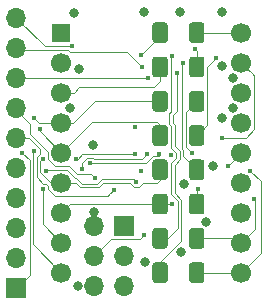
<source format=gtl>
G04 #@! TF.GenerationSoftware,KiCad,Pcbnew,(5.1.10-1-10_14)*
G04 #@! TF.CreationDate,2021-12-19T23:04:46+01:00*
G04 #@! TF.ProjectId,7segment,37736567-6d65-46e7-942e-6b696361645f,rev?*
G04 #@! TF.SameCoordinates,Original*
G04 #@! TF.FileFunction,Copper,L1,Top*
G04 #@! TF.FilePolarity,Positive*
%FSLAX46Y46*%
G04 Gerber Fmt 4.6, Leading zero omitted, Abs format (unit mm)*
G04 Created by KiCad (PCBNEW (5.1.10-1-10_14)) date 2021-12-19 23:04:46*
%MOMM*%
%LPD*%
G01*
G04 APERTURE LIST*
G04 #@! TA.AperFunction,ComponentPad*
%ADD10O,1.700000X1.700000*%
G04 #@! TD*
G04 #@! TA.AperFunction,ComponentPad*
%ADD11R,1.700000X1.700000*%
G04 #@! TD*
G04 #@! TA.AperFunction,ComponentPad*
%ADD12C,1.700000*%
G04 #@! TD*
G04 #@! TA.AperFunction,ComponentPad*
%ADD13R,1.500000X1.500000*%
G04 #@! TD*
G04 #@! TA.AperFunction,ViaPad*
%ADD14C,0.800000*%
G04 #@! TD*
G04 #@! TA.AperFunction,ViaPad*
%ADD15C,0.400000*%
G04 #@! TD*
G04 #@! TA.AperFunction,Conductor*
%ADD16C,0.500000*%
G04 #@! TD*
G04 #@! TA.AperFunction,Conductor*
%ADD17C,0.100000*%
G04 #@! TD*
G04 APERTURE END LIST*
D10*
X121920000Y-104140000D03*
X121920000Y-106680000D03*
X121920000Y-109220000D03*
X121920000Y-111760000D03*
X121920000Y-114300000D03*
X121920000Y-116840000D03*
X121920000Y-119380000D03*
X121920000Y-121920000D03*
X121920000Y-124460000D03*
D11*
X121920000Y-127000000D03*
G04 #@! TA.AperFunction,SMDPad,CuDef*
G36*
G01*
X136536000Y-111840714D02*
X136536000Y-110590714D01*
G75*
G02*
X136786000Y-110340714I250000J0D01*
G01*
X137586000Y-110340714D01*
G75*
G02*
X137836000Y-110590714I0J-250000D01*
G01*
X137836000Y-111840714D01*
G75*
G02*
X137586000Y-112090714I-250000J0D01*
G01*
X136786000Y-112090714D01*
G75*
G02*
X136536000Y-111840714I0J250000D01*
G01*
G37*
G04 #@! TD.AperFunction*
G04 #@! TA.AperFunction,SMDPad,CuDef*
G36*
G01*
X133436000Y-111840714D02*
X133436000Y-110590714D01*
G75*
G02*
X133686000Y-110340714I250000J0D01*
G01*
X134486000Y-110340714D01*
G75*
G02*
X134736000Y-110590714I0J-250000D01*
G01*
X134736000Y-111840714D01*
G75*
G02*
X134486000Y-112090714I-250000J0D01*
G01*
X133686000Y-112090714D01*
G75*
G02*
X133436000Y-111840714I0J250000D01*
G01*
G37*
G04 #@! TD.AperFunction*
G04 #@! TA.AperFunction,SMDPad,CuDef*
G36*
G01*
X136536000Y-120549285D02*
X136536000Y-119299285D01*
G75*
G02*
X136786000Y-119049285I250000J0D01*
G01*
X137586000Y-119049285D01*
G75*
G02*
X137836000Y-119299285I0J-250000D01*
G01*
X137836000Y-120549285D01*
G75*
G02*
X137586000Y-120799285I-250000J0D01*
G01*
X136786000Y-120799285D01*
G75*
G02*
X136536000Y-120549285I0J250000D01*
G01*
G37*
G04 #@! TD.AperFunction*
G04 #@! TA.AperFunction,SMDPad,CuDef*
G36*
G01*
X133436000Y-120549285D02*
X133436000Y-119299285D01*
G75*
G02*
X133686000Y-119049285I250000J0D01*
G01*
X134486000Y-119049285D01*
G75*
G02*
X134736000Y-119299285I0J-250000D01*
G01*
X134736000Y-120549285D01*
G75*
G02*
X134486000Y-120799285I-250000J0D01*
G01*
X133686000Y-120799285D01*
G75*
G02*
X133436000Y-120549285I0J250000D01*
G01*
G37*
G04 #@! TD.AperFunction*
G04 #@! TA.AperFunction,SMDPad,CuDef*
G36*
G01*
X134736000Y-104785000D02*
X134736000Y-106035000D01*
G75*
G02*
X134486000Y-106285000I-250000J0D01*
G01*
X133686000Y-106285000D01*
G75*
G02*
X133436000Y-106035000I0J250000D01*
G01*
X133436000Y-104785000D01*
G75*
G02*
X133686000Y-104535000I250000J0D01*
G01*
X134486000Y-104535000D01*
G75*
G02*
X134736000Y-104785000I0J-250000D01*
G01*
G37*
G04 #@! TD.AperFunction*
G04 #@! TA.AperFunction,SMDPad,CuDef*
G36*
G01*
X137836000Y-104785000D02*
X137836000Y-106035000D01*
G75*
G02*
X137586000Y-106285000I-250000J0D01*
G01*
X136786000Y-106285000D01*
G75*
G02*
X136536000Y-106035000I0J250000D01*
G01*
X136536000Y-104785000D01*
G75*
G02*
X136786000Y-104535000I250000J0D01*
G01*
X137586000Y-104535000D01*
G75*
G02*
X137836000Y-104785000I0J-250000D01*
G01*
G37*
G04 #@! TD.AperFunction*
G04 #@! TA.AperFunction,SMDPad,CuDef*
G36*
G01*
X136536000Y-114743571D02*
X136536000Y-113493571D01*
G75*
G02*
X136786000Y-113243571I250000J0D01*
G01*
X137586000Y-113243571D01*
G75*
G02*
X137836000Y-113493571I0J-250000D01*
G01*
X137836000Y-114743571D01*
G75*
G02*
X137586000Y-114993571I-250000J0D01*
G01*
X136786000Y-114993571D01*
G75*
G02*
X136536000Y-114743571I0J250000D01*
G01*
G37*
G04 #@! TD.AperFunction*
G04 #@! TA.AperFunction,SMDPad,CuDef*
G36*
G01*
X133436000Y-114743571D02*
X133436000Y-113493571D01*
G75*
G02*
X133686000Y-113243571I250000J0D01*
G01*
X134486000Y-113243571D01*
G75*
G02*
X134736000Y-113493571I0J-250000D01*
G01*
X134736000Y-114743571D01*
G75*
G02*
X134486000Y-114993571I-250000J0D01*
G01*
X133686000Y-114993571D01*
G75*
G02*
X133436000Y-114743571I0J250000D01*
G01*
G37*
G04 #@! TD.AperFunction*
G04 #@! TA.AperFunction,SMDPad,CuDef*
G36*
G01*
X136536000Y-117646428D02*
X136536000Y-116396428D01*
G75*
G02*
X136786000Y-116146428I250000J0D01*
G01*
X137586000Y-116146428D01*
G75*
G02*
X137836000Y-116396428I0J-250000D01*
G01*
X137836000Y-117646428D01*
G75*
G02*
X137586000Y-117896428I-250000J0D01*
G01*
X136786000Y-117896428D01*
G75*
G02*
X136536000Y-117646428I0J250000D01*
G01*
G37*
G04 #@! TD.AperFunction*
G04 #@! TA.AperFunction,SMDPad,CuDef*
G36*
G01*
X133436000Y-117646428D02*
X133436000Y-116396428D01*
G75*
G02*
X133686000Y-116146428I250000J0D01*
G01*
X134486000Y-116146428D01*
G75*
G02*
X134736000Y-116396428I0J-250000D01*
G01*
X134736000Y-117646428D01*
G75*
G02*
X134486000Y-117896428I-250000J0D01*
G01*
X133686000Y-117896428D01*
G75*
G02*
X133436000Y-117646428I0J250000D01*
G01*
G37*
G04 #@! TD.AperFunction*
G04 #@! TA.AperFunction,SMDPad,CuDef*
G36*
G01*
X136536000Y-108937857D02*
X136536000Y-107687857D01*
G75*
G02*
X136786000Y-107437857I250000J0D01*
G01*
X137586000Y-107437857D01*
G75*
G02*
X137836000Y-107687857I0J-250000D01*
G01*
X137836000Y-108937857D01*
G75*
G02*
X137586000Y-109187857I-250000J0D01*
G01*
X136786000Y-109187857D01*
G75*
G02*
X136536000Y-108937857I0J250000D01*
G01*
G37*
G04 #@! TD.AperFunction*
G04 #@! TA.AperFunction,SMDPad,CuDef*
G36*
G01*
X133436000Y-108937857D02*
X133436000Y-107687857D01*
G75*
G02*
X133686000Y-107437857I250000J0D01*
G01*
X134486000Y-107437857D01*
G75*
G02*
X134736000Y-107687857I0J-250000D01*
G01*
X134736000Y-108937857D01*
G75*
G02*
X134486000Y-109187857I-250000J0D01*
G01*
X133686000Y-109187857D01*
G75*
G02*
X133436000Y-108937857I0J250000D01*
G01*
G37*
G04 #@! TD.AperFunction*
G04 #@! TA.AperFunction,SMDPad,CuDef*
G36*
G01*
X134736000Y-125105000D02*
X134736000Y-126355000D01*
G75*
G02*
X134486000Y-126605000I-250000J0D01*
G01*
X133686000Y-126605000D01*
G75*
G02*
X133436000Y-126355000I0J250000D01*
G01*
X133436000Y-125105000D01*
G75*
G02*
X133686000Y-124855000I250000J0D01*
G01*
X134486000Y-124855000D01*
G75*
G02*
X134736000Y-125105000I0J-250000D01*
G01*
G37*
G04 #@! TD.AperFunction*
G04 #@! TA.AperFunction,SMDPad,CuDef*
G36*
G01*
X137836000Y-125105000D02*
X137836000Y-126355000D01*
G75*
G02*
X137586000Y-126605000I-250000J0D01*
G01*
X136786000Y-126605000D01*
G75*
G02*
X136536000Y-126355000I0J250000D01*
G01*
X136536000Y-125105000D01*
G75*
G02*
X136786000Y-124855000I250000J0D01*
G01*
X137586000Y-124855000D01*
G75*
G02*
X137836000Y-125105000I0J-250000D01*
G01*
G37*
G04 #@! TD.AperFunction*
G04 #@! TA.AperFunction,SMDPad,CuDef*
G36*
G01*
X134736000Y-122202142D02*
X134736000Y-123452142D01*
G75*
G02*
X134486000Y-123702142I-250000J0D01*
G01*
X133686000Y-123702142D01*
G75*
G02*
X133436000Y-123452142I0J250000D01*
G01*
X133436000Y-122202142D01*
G75*
G02*
X133686000Y-121952142I250000J0D01*
G01*
X134486000Y-121952142D01*
G75*
G02*
X134736000Y-122202142I0J-250000D01*
G01*
G37*
G04 #@! TD.AperFunction*
G04 #@! TA.AperFunction,SMDPad,CuDef*
G36*
G01*
X137836000Y-122202142D02*
X137836000Y-123452142D01*
G75*
G02*
X137586000Y-123702142I-250000J0D01*
G01*
X136786000Y-123702142D01*
G75*
G02*
X136536000Y-123452142I0J250000D01*
G01*
X136536000Y-122202142D01*
G75*
G02*
X136786000Y-121952142I250000J0D01*
G01*
X137586000Y-121952142D01*
G75*
G02*
X137836000Y-122202142I0J-250000D01*
G01*
G37*
G04 #@! TD.AperFunction*
D10*
X128524000Y-126873000D03*
X131064000Y-126873000D03*
X128524000Y-124333000D03*
X131064000Y-124333000D03*
X128524000Y-121793000D03*
D11*
X131064000Y-121793000D03*
D12*
X140970000Y-105410000D03*
X140970000Y-107950000D03*
X140970000Y-110490000D03*
X140970000Y-113030000D03*
X140970000Y-115570000D03*
X140970000Y-118110000D03*
X140970000Y-120650000D03*
X140970000Y-123190000D03*
X140970000Y-125730000D03*
X125730000Y-125730000D03*
X125730000Y-123190000D03*
X125730000Y-120650000D03*
X125730000Y-118110000D03*
X125730000Y-115570000D03*
X125730000Y-113030000D03*
X125730000Y-110490000D03*
X125730000Y-107950000D03*
D13*
X125730000Y-105410000D03*
D14*
X135763000Y-103622000D03*
X139319000Y-108204000D03*
X127127000Y-126873000D03*
X138010797Y-121451176D03*
X138574262Y-116669647D03*
X127254000Y-108458000D03*
X135890000Y-123971067D03*
X132828760Y-124790988D03*
X126782026Y-103768045D03*
X140270283Y-111760001D03*
X126492000Y-111760000D03*
X132715000Y-103622000D03*
X139319000Y-103632000D03*
X128524000Y-120574295D03*
X136144000Y-118236994D03*
X139319000Y-112649000D03*
X140270272Y-109219994D03*
D15*
X132715000Y-122555000D03*
X122428000Y-115570000D03*
X132588000Y-108331000D03*
X133096000Y-109220000D03*
X130175000Y-118733033D03*
X132080589Y-118031745D03*
X124460000Y-117094000D03*
X131930285Y-115671478D03*
D14*
X128397000Y-114935000D03*
D15*
X128558032Y-117746143D03*
X127000000Y-116078000D03*
X132969017Y-115696983D03*
X127508000Y-116966994D03*
X133986903Y-115690492D03*
X128146396Y-116459000D03*
X126621702Y-106577288D03*
X139827000Y-116713000D03*
X135111432Y-107426502D03*
X141997979Y-119495021D03*
X135484677Y-108795345D03*
X141732000Y-117094000D03*
X137033000Y-106807000D03*
X124180929Y-118637620D03*
X136017000Y-107950000D03*
X124136990Y-116078000D03*
X138811000Y-107569000D03*
X123879978Y-113536931D03*
X132476920Y-107309618D03*
X137287000Y-118618000D03*
X135128000Y-119888000D03*
X139319000Y-114300000D03*
X136790654Y-115575168D03*
X134989052Y-115803673D03*
X123444000Y-112649000D03*
X123444000Y-115443000D03*
X131953000Y-113411000D03*
X132459836Y-117094000D03*
D16*
X128524000Y-121793000D02*
X128524000Y-120574295D01*
D17*
X129963999Y-122893001D02*
X132376999Y-122893001D01*
X132376999Y-122893001D02*
X132715000Y-122555000D01*
X128524000Y-124333000D02*
X129963999Y-122893001D01*
X121920000Y-127000000D02*
X123028326Y-125891674D01*
X123028326Y-125891674D02*
X123028326Y-116170326D01*
X123028326Y-116170326D02*
X122428000Y-115570000D01*
X122089999Y-106849999D02*
X121920000Y-106680000D01*
X126258001Y-106849999D02*
X122089999Y-106849999D01*
X126438002Y-107030000D02*
X126258001Y-106849999D01*
X132588000Y-108331000D02*
X131287000Y-107030000D01*
X131287000Y-107030000D02*
X126438002Y-107030000D01*
X121920000Y-109220000D02*
X133096000Y-109220000D01*
X129698032Y-119210001D02*
X129798032Y-119110001D01*
X125179001Y-119210001D02*
X129698032Y-119210001D01*
X129798032Y-119110001D02*
X130175000Y-118733033D01*
X124630930Y-118421619D02*
X124630930Y-118661930D01*
X122967004Y-114300000D02*
X123894002Y-115226998D01*
X124156619Y-118187619D02*
X124396930Y-118187619D01*
X123628998Y-115924006D02*
X123628998Y-117659998D01*
X123894002Y-115226998D02*
X123894002Y-115659002D01*
X124630930Y-118661930D02*
X125179001Y-119210001D01*
X124396930Y-118187619D02*
X124630930Y-118421619D01*
X123894002Y-115659002D02*
X123628998Y-115924006D01*
X123628998Y-117659998D02*
X124156619Y-118187619D01*
X121920000Y-114300000D02*
X122967004Y-114300000D01*
X127635000Y-115697000D02*
X127508000Y-115697000D01*
X131904763Y-115697000D02*
X131930285Y-115671478D01*
X124629999Y-116120999D02*
X125218988Y-116709988D01*
X126330976Y-116709988D02*
X127037994Y-117417006D01*
X128228895Y-117417006D02*
X128558032Y-117746143D01*
X121920000Y-111760000D02*
X121920000Y-111961606D01*
X127037994Y-117417006D02*
X128228895Y-117417006D01*
X124629999Y-115538715D02*
X124629999Y-116120999D01*
X123106665Y-113148271D02*
X123106665Y-114015382D01*
X121920000Y-111961606D02*
X123106665Y-113148271D01*
X123106665Y-114015382D02*
X124629999Y-115538715D01*
X125218988Y-116709988D02*
X126330976Y-116709988D01*
X126965051Y-117717013D02*
X126913730Y-117717013D01*
X131880590Y-117831746D02*
X129138431Y-117831746D01*
X124544001Y-117009999D02*
X124460000Y-117094000D01*
X128774033Y-118196144D02*
X127444182Y-118196144D01*
X132080589Y-118031745D02*
X131880590Y-117831746D01*
X129138431Y-117831746D02*
X128774033Y-118196144D01*
X126913730Y-117717013D02*
X126206716Y-117009999D01*
X127444182Y-118196144D02*
X126965051Y-117717013D01*
X126206716Y-117009999D02*
X124544001Y-117009999D01*
X127508000Y-115697000D02*
X128143000Y-115697000D01*
X128143000Y-115697000D02*
X131904763Y-115697000D01*
X127635000Y-115697000D02*
X128143000Y-115697000D01*
X127127000Y-116078000D02*
X127000000Y-116078000D01*
X127508000Y-115697000D02*
X127127000Y-116078000D01*
X127929160Y-116008998D02*
X127508000Y-116430158D01*
X132969017Y-115696983D02*
X132544521Y-116121479D01*
X132544521Y-116121479D02*
X128474879Y-116121479D01*
X128362398Y-116008998D02*
X127929160Y-116008998D01*
X127508000Y-116430158D02*
X127508000Y-116966994D01*
X128474879Y-116121479D02*
X128362398Y-116008998D01*
X132873002Y-116459000D02*
X128146396Y-116459000D01*
X133985000Y-115824000D02*
X133508002Y-115824000D01*
X133508002Y-115824000D02*
X132873002Y-116459000D01*
X134112000Y-115697000D02*
X133985000Y-115824000D01*
X126594402Y-106549988D02*
X126621702Y-106577288D01*
X121920000Y-104140000D02*
X124329988Y-106549988D01*
X124329988Y-106549988D02*
X126594402Y-106549988D01*
X139827000Y-116713000D02*
X140970000Y-115570000D01*
X135439054Y-115587669D02*
X134986279Y-115134894D01*
X135439054Y-116019671D02*
X135439054Y-115587669D01*
X134851958Y-113151437D02*
X134851958Y-112222363D01*
X134986279Y-119080275D02*
X134986279Y-116472446D01*
X134986279Y-112088042D02*
X134986279Y-107551655D01*
X135578002Y-119671998D02*
X134986279Y-119080275D01*
X134986279Y-115134894D02*
X134986279Y-113285758D01*
X134986279Y-107551655D02*
X135111432Y-107426502D01*
X134986279Y-113285758D02*
X134851958Y-113151437D01*
X134086000Y-122827142D02*
X134736000Y-122827142D01*
X134986279Y-116472446D02*
X135439054Y-116019671D01*
X134736000Y-122827142D02*
X135578002Y-121985140D01*
X134851958Y-112222363D02*
X134986279Y-112088042D01*
X135578002Y-121985140D02*
X135578002Y-119671998D01*
X140607142Y-122827142D02*
X140970000Y-123190000D01*
X137186000Y-122827142D02*
X140607142Y-122827142D01*
X142113000Y-119610042D02*
X141997979Y-119495021D01*
X142113000Y-122047000D02*
X142113000Y-119610042D01*
X140970000Y-123190000D02*
X142113000Y-122047000D01*
X135309001Y-118978718D02*
X135309001Y-116574003D01*
X134086000Y-125730000D02*
X134086000Y-124855000D01*
X135484677Y-109078187D02*
X135484677Y-108795345D01*
X135309001Y-116574003D02*
X135739065Y-116143939D01*
X135739065Y-115463401D02*
X135309001Y-115033337D01*
X135151969Y-113027169D02*
X135151969Y-112346631D01*
X134086000Y-124855000D02*
X135878013Y-123062987D01*
X135309001Y-113184201D02*
X135151969Y-113027169D01*
X135151969Y-112346631D02*
X135484677Y-112013923D01*
X135878013Y-119547730D02*
X135309001Y-118978718D01*
X135739065Y-116143939D02*
X135739065Y-115463401D01*
X135484677Y-112013923D02*
X135484677Y-109078187D01*
X135309001Y-115033337D02*
X135309001Y-113184201D01*
X135878013Y-123062987D02*
X135878013Y-119547730D01*
X137186000Y-125730000D02*
X140970000Y-125730000D01*
X142621000Y-117983000D02*
X141732000Y-117094000D01*
X140970000Y-125730000D02*
X142621000Y-124079000D01*
X142621000Y-124079000D02*
X142621000Y-117983000D01*
X137186000Y-106960000D02*
X137033000Y-106807000D01*
X137186000Y-108312857D02*
X137186000Y-106960000D01*
X134086000Y-108312857D02*
X134086000Y-109531004D01*
X133566002Y-110051002D02*
X127229658Y-110051002D01*
X134086000Y-109531004D02*
X133566002Y-110051002D01*
X127229658Y-110051002D02*
X126790660Y-110490000D01*
X126790660Y-110490000D02*
X125730000Y-110490000D01*
X125730000Y-123190000D02*
X124180929Y-121640929D01*
X124180929Y-121640929D02*
X124180929Y-118637620D01*
X135953500Y-108013500D02*
X136017000Y-107950000D01*
X136039076Y-115339133D02*
X135953500Y-115253557D01*
X137186000Y-117021428D02*
X136039076Y-115874504D01*
X136039076Y-115874504D02*
X136039076Y-115339133D01*
X135953500Y-115253557D02*
X135953500Y-108013500D01*
X125730000Y-118110000D02*
X124809998Y-118110000D01*
X123936991Y-117236993D02*
X123936991Y-116277999D01*
X123936991Y-116277999D02*
X124136990Y-116078000D01*
X124809998Y-118110000D02*
X123936991Y-117236993D01*
X132296590Y-118481746D02*
X131864535Y-118481746D01*
X126932081Y-118110000D02*
X125730000Y-118110000D01*
X134086000Y-117021428D02*
X134086000Y-117896428D01*
X131864535Y-118481746D02*
X131561790Y-118179001D01*
X134086000Y-117896428D02*
X133803427Y-118179001D01*
X129215455Y-118179001D02*
X128898301Y-118496155D01*
X128898301Y-118496155D02*
X127318236Y-118496155D01*
X132599335Y-118179001D02*
X132296590Y-118481746D01*
X131561790Y-118179001D02*
X129215455Y-118179001D01*
X133803427Y-118179001D02*
X132599335Y-118179001D01*
X127318236Y-118496155D02*
X126932081Y-118110000D01*
X138086010Y-108293990D02*
X138811000Y-107569000D01*
X138086010Y-113218561D02*
X138086010Y-108293990D01*
X137186000Y-114118571D02*
X138086010Y-113218561D01*
X134086000Y-113243571D02*
X133803427Y-112960998D01*
X126479999Y-114820001D02*
X125730000Y-115570000D01*
X128339002Y-112960998D02*
X126479999Y-114820001D01*
X134086000Y-114118571D02*
X134086000Y-113243571D01*
X133803427Y-112960998D02*
X128339002Y-112960998D01*
X123879978Y-113719978D02*
X123879978Y-113536931D01*
X125730000Y-115570000D02*
X123879978Y-113719978D01*
X134086000Y-105410000D02*
X134086000Y-105700538D01*
X134086000Y-105700538D02*
X132476920Y-107309618D01*
X137186000Y-105410000D02*
X140970000Y-105410000D01*
X137186000Y-118719000D02*
X137287000Y-118618000D01*
X137186000Y-119924285D02*
X137186000Y-118719000D01*
X126455715Y-119924285D02*
X125730000Y-120650000D01*
X134086000Y-119924285D02*
X126455715Y-119924285D01*
X135091715Y-119924285D02*
X135128000Y-119888000D01*
X134086000Y-119924285D02*
X135091715Y-119924285D01*
X141970001Y-108950001D02*
X140970000Y-107950000D01*
X139319000Y-114300000D02*
X141351000Y-114300000D01*
X142070001Y-109050001D02*
X141970001Y-108950001D01*
X142070001Y-113580999D02*
X142070001Y-109050001D01*
X141351000Y-114300000D02*
X142070001Y-113580999D01*
X136285990Y-115070504D02*
X136790654Y-115575168D01*
X136285990Y-112115724D02*
X136285990Y-115070504D01*
X137186000Y-111215714D02*
X136285990Y-112115724D01*
X134086000Y-111215714D02*
X128560286Y-111215714D01*
X126746000Y-113030000D02*
X125730000Y-113030000D01*
X128560286Y-111215714D02*
X126746000Y-113030000D01*
X123825000Y-113030000D02*
X123444000Y-112649000D01*
X125730000Y-113030000D02*
X123825000Y-113030000D01*
X125730000Y-125730000D02*
X123328987Y-123328987D01*
X123328987Y-115558013D02*
X123444000Y-115443000D01*
X123328987Y-123328987D02*
X123328987Y-115558013D01*
M02*

</source>
